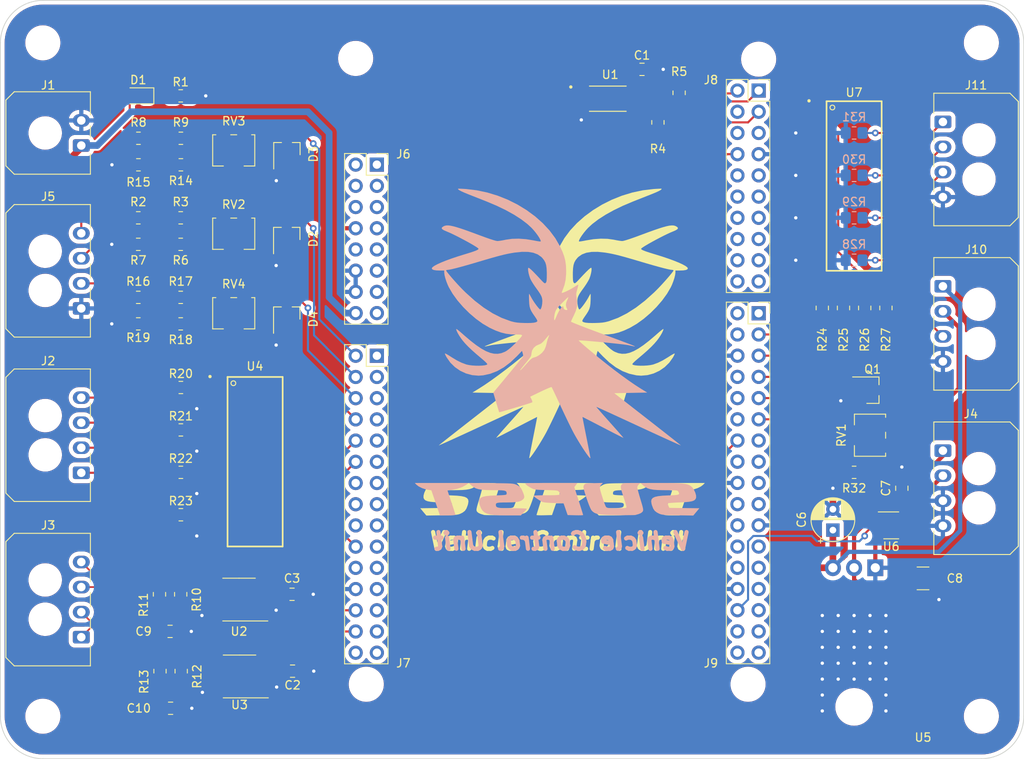
<source format=kicad_pcb>
(kicad_pcb (version 20211014) (generator pcbnew)
  (title_block (title "VCU") (date "2022-10-08") (rev "1.1") (company "SUFST") (comment 1 "STAG 9") (comment 2 "T. Brewis"))
  (layers (0 "F.Cu" signal) (31 "B.Cu" signal) (34 "B.Paste" user) (35 "F.Paste" user) (36 "B.SilkS" user "B.Silkscreen") (37 "F.SilkS" user "F.Silkscreen") (38 "B.Mask" user) (39 "F.Mask" user) (44 "Edge.Cuts" user))
  (net 0 "")
  (net 1 "+12V")
  (net 2 "GND")
  (net 3 "+5V")
  (net 4 "+3V3")
  (net 5 "Net-(D1-Pad1)")
  (net 6 "Net-(C9-Pad1)")
  (net 7 "Net-(C10-Pad1)")
  (net 11 "/Input Shift/BPS_OUT")
  (net 12 "/Input Shift/APPS_1_OUT")
  (net 13 "/Input Shift/APPS_2_OUT")
  (net 14 "/RTDI")
  (net 15 "/SD")
  (net 16 "/BPS")
  (net 17 "/GPIO_IN_1")
  (net 18 "/GPIO_IN_2")
  (net 19 "/APPS_1")
  (net 20 "/APPS_2")
  (net 29 "/RTDS-")
  (net 30 "/Input Shift/EXTRA_OUT_1")
  (net 31 "/Input Shift/EXTRA_OUT_2")
  (net 32 "/Input Shift/RTDI_OUT")
  (net 33 "/CAN_S_RX")
  (net 34 "/CAN_S_TX")
  (net 38 "/EEPROM_WC")
  (net 39 "/DRS")
  (net 41 "/STM32-F746ZG/RTD_SIREN")
  (net 42 "/Input Shift/SD_OUT")
  (net 45 "/CAN_C_RX")
  (net 46 "/CAN_C_TX")
  (net 49 "/EEPROM_SCL")
  (net 50 "/EEPROM_SDA")
  (net 67 "/Output Level Shifting/STATUS_IN")
  (net 68 "/Output Level Shifting/GPIO_IN_1")
  (net 69 "/Output Level Shifting/GPIO_IN_2")
  (net 70 "/Output Level Shifting/GPIO_IN_3")
  (net 81 "/Output Level Shifting/DRS_IN")
  (net 86 "/RTDS+")
  (net 87 "/STATUS")
  (net 88 "/GPIO_OUT_1")
  (net 89 "/GPIO_OUT_2")
  (net 90 "/GPIO_OUT_3")
  (net 91 "Net-(Q1-Pad3)")
  (net 92 "Net-(R2-Pad2)")
  (net 93 "Net-(R6-Pad1)")
  (net 94 "Net-(R6-Pad2)")
  (net 95 "Net-(R8-Pad2)")
  (net 96 "Net-(R14-Pad1)")
  (net 97 "Net-(R14-Pad2)")
  (net 98 "Net-(R16-Pad2)")
  (net 99 "Net-(R18-Pad1)")
  (net 100 "Net-(R18-Pad2)")
  (net 101 "Net-(R20-Pad2)")
  (net 102 "Net-(R21-Pad2)")
  (net 103 "Net-(R22-Pad2)")
  (net 104 "Net-(R23-Pad2)")
  (net 131 "/CAN_S+")
  (net 132 "/CAN_S-")
  (net 133 "/CAN_C+")
  (net 134 "/CAN_C-")
  (net 135 "Net-(R24-Pad2)")
  (net 136 "Net-(R25-Pad2)")
  (net 137 "Net-(R26-Pad2)")
  (net 138 "Net-(R27-Pad2)")
  (footprint "LED_SMD:LED_0805_2012Metric_Pad1.15x1.40mm_HandSolder" (layer "F.Cu") (at 120.015 69.215 180)
    (fp_text reference "D1")
    (fp_text value "LED")
  )
  (footprint "Potentiometer_SMD:Potentiometer_Bourns_3214W_Vertical" (layer "F.Cu") (at 131.445 75.745)
    (fp_text reference "RV3")
    (fp_text value "50k")
  )
  (footprint "Package_TO_SOT_SMD:SOT-23_Handsoldering" (layer "F.Cu") (at 207.96 104.46)
    (fp_text reference "Q1")
    (fp_text value "FDN359BN")
  )
  (footprint "MountingHole:MountingHole_3.2mm_M3" (layer "F.Cu") (at 108.585 62.865)
    (fp_text reference "H6" hide)
    (fp_text value "M3")
  )
  (footprint "Package_SO:SOIC-8_3.9x4.9mm_P1.27mm" (layer "F.Cu") (at 132.14 138.745 180)
    (fp_text reference "U3")
    (fp_text value "MAX3051ESA+")
  )
  (footprint "Resistor_SMD:R_0805_2012Metric_Pad1.20x1.40mm_HandSolder" (layer "F.Cu") (at 182.245 72.39 -90)
    (fp_text reference "R4")
    (fp_text value "10k")
  )
  (footprint "Potentiometer_SMD:Potentiometer_Bourns_3214W_Vertical" (layer "F.Cu") (at 131.445 95.25)
    (fp_text reference "RV4")
    (fp_text value "50k")
  )
  (footprint "Resistor_SMD:R_0805_2012Metric_Pad1.20x1.40mm_HandSolder" (layer "F.Cu") (at 201.93 94.615 90)
    (fp_text reference "R24")
    (fp_text value "220")
  )
  (footprint "Capacitor_SMD:C_1210_3225Metric_Pad1.33x2.70mm_HandSolder" (layer "F.Cu") (at 213.995 127)
    (fp_text reference "C8")
    (fp_text value "10u")
  )
  (footprint "Package_TO_SOT_SMD:SOT-23_Handsoldering" (layer "F.Cu") (at 137.795 85.725 90)
    (fp_text reference "D2")
    (fp_text value "BZX84-C3V3")
  )
  (footprint "Connector_Molex:Molex_Micro-Fit_3.0_43650-0400_1x04_P3.00mm_Horizontal" (layer "F.Cu") (at 113.19 134.04 90)
    (fp_text reference "J3")
    (fp_text value "CAN")
  )
  (footprint "SUFST:Mounting-Hole_M3_NoCourtyard" (layer "F.Cu") (at 193.95 144.76)
    (fp_text reference "H5" hide)
    (fp_text value "M3")
  )
  (footprint "Connector_PinSocket_2.54mm:PinSocket_2x15_P2.54mm_Vertical" (layer "F.Cu") (at 148.59 100.34)
    (fp_text reference "J7")
    (fp_text value "ZIO_CN9")
  )
  (footprint "Package_TO_SOT_SMD:SOT-23_Handsoldering" (layer "F.Cu") (at 137.815 75.565 90)
    (fp_text reference "D3")
    (fp_text value "BZX84-C3V3")
  )
  (footprint "Resistor_SMD:R_0805_2012Metric_Pad1.20x1.40mm_HandSolder" (layer "F.Cu") (at 125.095 96.52 180)
    (fp_text reference "R18")
    (fp_text value "5.6k")
  )
  (footprint "Package_TO_SOT_SMD:SOT-23-5_HandSoldering" (layer "F.Cu") (at 210.185 120.65)
    (fp_text reference "U6")
    (fp_text value "SN74LV1T125")
  )
  (footprint "Connector_Molex:Molex_Micro-Fit_3.0_43650-0400_1x04_P3.00mm_Horizontal" (layer "F.Cu") (at 216.375 72.335 -90)
    (fp_text reference "J11")
    (fp_text value "DOUT2")
  )
  (footprint "Resistor_SMD:R_0805_2012Metric_Pad1.20x1.40mm_HandSolder" (layer "F.Cu") (at 125.115 114.3)
    (fp_text reference "R22")
    (fp_text value "1k")
  )
  (footprint "Resistor_SMD:R_0805_2012Metric_Pad1.20x1.40mm_HandSolder" (layer "F.Cu") (at 125.155 138.11 90)
    (fp_text reference "R12")
    (fp_text value "60R")
  )
  (footprint "Connector_PinSocket_2.54mm:PinSocket_2x17_P2.54mm_Vertical" (layer "F.Cu") (at 194.31 95.25)
    (fp_text reference "J9")
    (fp_text value "ZIO_CN10")
  )
  (footprint "SUFST:SOIC254P1005X380-16N" (layer "F.Cu") (at 205.74 80.01)
    (fp_text reference "U7")
    (fp_text value "ILQ615-4X009T")
  )
  (footprint "SUFST:Mounting-Hole_M3_NoCourtyard" (layer "F.Cu") (at 195.22 69.9025)
    (fp_text reference "H3" hide)
    (fp_text value "M3")
  )
  (footprint "Resistor_SMD:R_0805_2012Metric_Pad1.20x1.40mm_HandSolder" (layer "F.Cu") (at 184.785 68.85 -90)
    (fp_text reference "R5")
    (fp_text value "10k")
  )
  (footprint "Capacitor_SMD:C_0805_2012Metric_Pad1.18x1.45mm_HandSolder" (layer "F.Cu") (at 123.825 133.35)
    (fp_text reference "C9")
    (fp_text value "4.7n")
  )
  (footprint "Resistor_SMD:R_0805_2012Metric_Pad1.20x1.40mm_HandSolder" (layer "F.Cu") (at 125.095 86.995 180)
    (fp_text reference "R6")
    (fp_text value "5.6k")
  )
  (footprint "MountingHole:MountingHole_3.2mm_M3" (layer "F.Cu") (at 108.585 143.51)
    (fp_text reference "H1" hide)
    (fp_text value "M3")
  )
  (footprint "Potentiometer_SMD:Potentiometer_Bourns_3214W_Vertical" (layer "F.Cu") (at 131.445 85.725)
    (fp_text reference "RV2")
    (fp_text value "50k")
  )
  (footprint "Capacitor_SMD:C_0805_2012Metric_Pad1.18x1.45mm_HandSolder" (layer "F.Cu") (at 211.455 116.205 -90)
    (fp_text reference "C7")
    (fp_text value "100n")
  )
  (footprint "Resistor_SMD:R_0805_2012Metric_Pad1.20x1.40mm_HandSolder" (layer "F.Cu") (at 125.115 119.38)
    (fp_text reference "R23")
    (fp_text value "1k")
  )
  (footprint "SUFST:SUFST" (layer "F.Cu") (at 170.815 117.475)
    (fp_text reference "G***" hide)
    (fp_text value "LOGO" hide)
  )
  (footprint "Resistor_SMD:R_0805_2012Metric_Pad1.20x1.40mm_HandSolder" (layer "F.Cu") (at 125.095 69.215)
    (fp_text reference "R1")
    (fp_text value "3.3k")
  )
  (footprint "Resistor_SMD:R_0805_2012Metric_Pad1.20x1.40mm_HandSolder" (layer "F.Cu") (at 207.01 94.615 90)
    (fp_text reference "R26")
    (fp_text value "220")
  )
  (footprint "Resistor_SMD:R_0805_2012Metric_Pad1.20x1.40mm_HandSolder" (layer "F.Cu") (at 125.095 93.345)
    (fp_text reference "R17")
    (fp_text value "5.6k")
  )
  (footprint "Capacitor_THT:CP_Radial_D5.0mm_P2.50mm" (layer "F.Cu") (at 203.2 121.220113 90)
    (fp_text reference "C6")
    (fp_text value "10u")
  )
  (footprint "Connector_PinSocket_2.54mm:PinSocket_2x08_P2.54mm_Vertical" (layer "F.Cu") (at 148.59 77.45)
    (fp_text reference "J6")
    (fp_text value "ZIO_CN8")
  )
  (footprint "Connector_Molex:Molex_Micro-Fit_3.0_43650-0400_1x04_P3.00mm_Horizontal" (layer "F.Cu") (at 113.19 94.67 90)
    (fp_text reference "J5")
    (fp_text value "AIN")
  )
  (footprint "Capacitor_SMD:C_0805_2012Metric_Pad1.18x1.45mm_HandSolder" (layer "F.Cu") (at 138.49 138.11 180)
    (fp_text reference "C2")
    (fp_text value "100n")
  )
  (footprint "Resistor_SMD:R_0805_2012Metric_Pad1.20x1.40mm_HandSolder" (layer "F.Cu") (at 120.035 74.295)
    (fp_text reference "R8")
    (fp_text value "75k")
  )
  (footprint "Resistor_SMD:R_0805_2012Metric_Pad1.20x1.40mm_HandSolder" (layer "F.Cu") (at 125.115 109.22)
    (fp_text reference "R21")
    (fp_text value "1k")
  )
  (footprint "Package_SO:SOIC-8_3.9x4.9mm_P1.27mm" (layer "F.Cu") (at 132.08 129.54 180)
    (fp_text reference "U2")
    (fp_text value "MAX3051ESA+")
  )
  (footprint "Resistor_SMD:R_0805_2012Metric_Pad1.20x1.40mm_HandSolder" (layer "F.Cu") (at 120.035 77.47 180)
    (fp_text reference "R15")
    (fp_text value "1.8k")
  )
  (footprint "Package_TO_SOT_THT:TO-220-3_Horizontal_TabDown" (layer "F.Cu") (at 208.28 125.73 180)
    (fp_text reference "U5")
    (fp_text value "LM1084")
  )
  (footprint "SUFST:Mounting-Hole_M3_NoCourtyard" (layer "F.Cu") (at 148.23 144.76)
    (fp_text reference "H4" hide)
    (fp_text value "M3")
  )
  (footprint "Resistor_SMD:R_0805_2012Metric_Pad1.20x1.40mm_HandSolder" (layer "F.Cu") (at 125.115 104.14)
    (fp_text reference "R20")
    (fp_text value "1k")
  )
  (footprint "Resistor_SMD:R_0805_2012Metric_Pad1.20x1.40mm_HandSolder" (layer "F.Cu") (at 125.095 83.82)
    (fp_text reference "R3")
    (fp_text value "5.6k")
  )
  (footprint "Resistor_SMD:R_0805_2012Metric_Pad1.20x1.40mm_HandSolder" (layer "F.Cu") (at 204.47 94.615 90)
    (fp_text reference "R25")
    (fp_text value "220")
  )
  (footprint "Resistor_SMD:R_0805_2012Metric_Pad1.20x1.40mm_HandSolder" (layer "F.Cu") (at 205.74 114.3)
    (fp_text reference "R32")
    (fp_text value "1k")
  )
  (footprint "Resistor_SMD:R_0805_2012Metric_Pad1.20x1.40mm_HandSolder" (layer "F.Cu") (at 125.095 128.905 90)
    (fp_text reference "R10")
    (fp_text value "60R")
  )
  (footprint "MountingHole:MountingHole_3.2mm_M3" (layer "F.Cu") (at 220.98 143.51)
    (fp_text reference "H8" hide)
    (fp_text value "M3")
  )
  (footprint "Resistor_SMD:R_0805_2012Metric_Pad1.20x1.40mm_HandSolder" (layer "F.Cu") (at 120.015 93.345)
    (fp_text reference "R16")
    (fp_text value "75k")
  )
  (footprint "Resistor_SMD:R_0805_2012Metric_Pad1.20x1.40mm_HandSolder" (layer "F.Cu") (at 125.115 74.295)
    (fp_text reference "R9")
    (fp_text value "5.6k")
  )
  (footprint "Resistor_SMD:R_0805_2012Metric_Pad1.20x1.40mm_HandSolder" (layer "F.Cu") (at 125.115 77.47 180)
    (fp_text reference "R14")
    (fp_text value "5.6k")
  )
  (footprint "Package_TO_SOT_SMD:SOT-23_Handsoldering" (layer "F.Cu") (at 137.795 95.25 90)
    (fp_text reference "D4")
    (fp_text value "BZX84-C3V3")
  )
  (footprint "Resistor_SMD:R_0805_2012Metric_Pad1.20x1.40mm_HandSolder" (layer "F.Cu") (at 120.015 96.52 180)
    (fp_text reference "R19")
    (fp_text value "1.8k")
  )
  (footprint "Capacitor_SMD:C_0805_2012Metric_Pad1.18x1.45mm_HandSolder" (layer "F.Cu") (at 138.43 128.905 180)
    (fp_text reference "C3")
    (fp_text value "100n")
  )
  (footprint "Resistor_SMD:R_0805_2012Metric_Pad1.20x1.40mm_HandSolder" (layer "F.Cu") (at 122.555 128.905 -90)
    (fp_text reference "R11")
    (fp_text value "60R")
  )
  (footprint "Connector_Molex:Molex_Micro-Fit_3.0_43650-0200_1x02_P3.00mm_Horizontal" (layer "F.Cu") (at 113.19 75.16 90)
    (fp_text reference "J1")
    (fp_text value "PWR")
  )
  (footprint "Connector_Molex:Molex_Micro-Fit_3.0_43650-0400_1x04_P3.00mm_Horizontal" (layer "F.Cu") (at 216.375 111.705 -90)
    (fp_text reference "J4")
    (fp_text value "DRS")
  )
  (footprint "SUFST:TSSOP-8_3x6.4mm_P0.65mm" (layer "F.Cu") (at 176.245 69.555)
    (fp_text reference "U1")
    (fp_text value "M24256-DRD")
  )
  (footprint "Resistor_SMD:R_0805_2012Metric_Pad1.20x1.40mm_HandSolder" (layer "F.Cu") (at 120.015 86.995 180)
    (fp_text reference "R7")
    (fp_text value "1.8k")
  )
  (footprint "MountingHole:MountingHole_3.2mm_M3" (layer "F.Cu") (at 220.98 62.865)
    (fp_text reference "H7" hide)
    (fp_text value "M3")
  )
  (footprint "Potentiometer_SMD:Potentiometer_Bourns_3214W_Vertical" (layer "F.Cu") (at 207.645 109.855 -90)
    (fp_text reference "RV1")
    (fp_text value "1k")
  )
  (footprint "Connector_PinSocket_2.54mm:PinSocket_2x10_P2.54mm_Vertical" (layer "F.Cu") (at 194.31 68.58)
    (fp_text reference "J8")
    (fp_text value "ZIO_CN7")
  )
  (footprint "Resistor_SMD:R_0805_2012Metric_Pad1.20x1.40mm_HandSolder" (layer "F.Cu") (at 209.55 94.615 90)
    (fp_text reference "R27")
    (fp_text value "220")
  )
  (footprint "Connector_Molex:Molex_Micro-Fit_3.0_43650-0400_1x04_P3.00mm_Horizontal" (layer "F.Cu") (at 113.19 114.355 90)
    (fp_text reference "J2")
    (fp_text value "DIN")
  )
  (footprint "SUFST:SOIC254P1005X380-16N" (layer "F.Cu") (at 134.005 113.03)
    (fp_text reference "U4")
    (fp_text value "ILQ615-4X009T")
  )
  (footprint "SUFST:Mounting-Hole_M3_NoCourtyard" (layer "F.Cu") (at 146.96 69.81)
    (fp_text reference "H2" hide)
    (fp_text value "M3")
  )
  (footprint "SUFST:Stag" (layer "F.Cu") (at 170.815 96.52)
    (fp_text reference "G***" hide)
    (fp_text value "LOGO" hide)
  )
  (footprint "Capacitor_SMD:C_0805_2012Metric_Pad1.18x1.45mm_HandSolder" (layer "F.Cu") (at 180.34 66.04)
    (fp_text reference "C1")
    (fp_text value "100n")
  )
  (footprint "Resistor_SMD:R_0805_2012Metric_Pad1.20x1.40mm_HandSolder" (layer "F.Cu") (at 120.015 83.82)
    (fp_text reference "R2")
    (fp_text value "75k")
  )
  (footprint "Resistor_SMD:R_0805_2012Metric_Pad1.20x1.40mm_HandSolder" (layer "F.Cu") (at 122.615 138.11 -90)
    (fp_text reference "R13")
    (fp_text value "60R")
  )
  (footprint "Connector_Molex:Molex_Micro-Fit_3.0_43650-0400_1x04_P3.00mm_Horizontal" (layer "F.Cu") (at 216.375 92.02 -90)
    (fp_text reference "J10")
    (fp_text value "DOUT1")
  )
  (footprint "Capacitor_SMD:C_0805_2012Metric_Pad1.18x1.45mm_HandSolder" (layer "F.Cu") (at 123.885 142.555)
    (fp_text reference "C10")
    (fp_text value "4.7n")
  )
  (footprint "Resistor_SMD:R_0805_2012Metric_Pad1.20x1.40mm_HandSolder" (layer "B.Cu") (at 205.74 83.82 180)
    (fp_text reference "R29")
    (fp_text value "10k")
  )
  (footprint "Resistor_SMD:R_0805_2012Metric_Pad1.20x1.40mm_HandSolder" (layer "B.Cu") (at 205.74 88.9 180)
    (fp_text reference "R28")
    (fp_text value "10k")
  )
  (footprint "SUFST:SUFST" (layer "B.Cu") (at 170.18 117.475 180)
    (fp_text reference "G***" hide)
    (fp_text value "LOGO" hide)
  )
  (footprint "NetTie:NetTie-2_SMD_Pad0.5mm" (layer "B.Cu") (at 218.44 94.615 90)
    (fp_text reference "NT1" hide)
    (fp_text value "NetTie_2")
  )
  (footprint "SUFST:Stag" (layer "B.Cu") (at 170.18 96.52 180)
    (fp_text reference "G***" hide)
    (fp_text value "LOGO" hide)
  )
  (footprint "Resistor_SMD:R_0805_2012Metric_Pad1.20x1.40mm_HandSolder" (layer "B.Cu") (at 205.74 78.74 180)
    (fp_text reference "R30")
    (fp_text value "10k")
  )
  (footprint "Resistor_SMD:R_0805_2012Metric_Pad1.20x1.40mm_HandSolder" (layer "B.Cu") (at 205.74 73.66 180)
    (fp_text reference "R31")
    (fp_text value "10k")
  )
  (gr_line (start 108.585 57.785) (end 220.98 57.785) (layer "Edge.Cuts") (width 0.1))
  (gr_line (start 103.505 62.865) (end 103.505 143.51) (layer "Edge.Cuts") (width 0.1))
  (gr_arc (start 226.06 143.51) (mid 224.572102 147.102102) (end 220.98 148.59) (layer "Edge.Cuts") (width 0.1))
  (gr_arc (start 220.98 57.785) (mid 224.572102 59.272898) (end 226.06 62.865) (layer "Edge.Cuts") (width 0.1))
  (gr_arc (start 108.585 148.59) (mid 104.992898 147.102102) (end 103.505 143.51) (layer "Edge.Cuts") (width 0.1))
  (gr_arc (start 103.505 62.865) (mid 104.992898 59.272898) (end 108.585 57.785) (layer "Edge.Cuts") (width 0.1))
  (gr_line (start 220.98 148.59) (end 108.585 148.59) (layer "Edge.Cuts") (width 0.1))
  (gr_line (start 226.06 62.865) (end 226.06 143.51) (layer "Edge.Cuts") (width 0.1))
  (gr_text "Vehicle Control Unit" (at 170.815 122.555) (layer "B.SilkS") (effects (font (size 2 2) (thickness 0.5) italic) (justify mirror)))
  (gr_text "Vehicle Control Unit" (at 170.18 122.555) (layer "F.SilkS") (effects (font (size 2 2) (thickness 0.5) italic)))
  (segment (start 115.095 75.16) (end 118.99 71.265) (width 0.25) (layer "F.Cu") (net 1))
  (segment (start 193.675 146.05) (end 197.485 142.24) (width 0.8) (layer "F.Cu") (net 1))
  (segment (start 199.39 125.73) (end 203.2 125.73) (width 0.8) (layer "F.Cu") (net 1))
  (segment (start 105.41 83.185) (end 105.41 135.255) (width 0.8) (layer "F.Cu") (net 1))
  (segment (start 118.99 71.265) (end 118.99 69.215) (width 0.25) (layer "F.Cu") (net 1))
  (segment (start 197.485 142.24) (end 197.485 127.635) (width 0.8) (layer "F.Cu") (net 1))
  (segment (start 113.19 75.405) (end 105.41 83.185) (width 0.8) (layer "F.Cu") (net 1))
  (segment (start 105.41 135.255) (end 116.205 146.05) (width 0.8) (layer "F.Cu") (net 1))
  (segment (start 113.19 75.16) (end 113.19 75.405) (width 0.8) (layer "F.Cu") (net 1))
  (segment (start 203.2 125.73) (end 203.2 121.220113) (width 0.8) (layer "F.Cu") (net 1))
  (segment (start 197.485 127.635) (end 199.39 125.73) (width 0.8) (layer "F.Cu") (net 1))
  (segment (start 116.205 146.05) (end 193.675 146.05) (width 0.8) (layer "F.Cu") (net 1))
  (segment (start 113.19 75.16) (end 115.095 75.16) (width 0.25) (layer "F.Cu") (net 1))
  (segment (start 140.335 71.12) (end 119.135 71.12) (width 0.8) (layer "B.Cu") (net 1))
  (segment (start 144.76 95.23) (end 142.875 93.345) (width 0.8) (layer "B.Cu") (net 1))
  (segment (start 215.9 123.825) (end 218.44 121.285) (width 0.5) (layer "B.Cu") (net 1))
  (segment (start 218.44 121.285) (end 218.44 95.115) (width 0.5) (layer "B.Cu") (net 1))
  (segment (start 205.105 123.825) (end 215.9 123.825) (width 0.5) (layer "B.Cu") (net 1))
  (segment (start 142.875 73.66) (end 140.335 71.12) (width 0.8) (layer "B.Cu") (net 1))
  (segment (start 119.135 71.12) (end 115.095 75.16) (width 0.8) (layer "B.Cu") (net 1))
  (segment (start 142.875 93.345) (end 142.875 73.66) (width 0.8) (layer "B.Cu") (net 1))
  (segment (start 115.095 75.16) (end 113.19 75.16) (width 0.8) (layer "B.Cu") (net 1))
  (segment (start 203.2 125.73) (end 205.105 123.825) (width 0.5) (layer "B.Cu") (net 1))
  (segment (start 146.05 95.23) (end 144.76 95.23) (width 0.8) (layer "B.Cu") (net 1))
  (segment (start 135.95 139.38) (end 136.585 140.015) (width 0.5) (layer "F.Cu") (net 2))
  (segment (start 173.07 72.095) (end 173.07 70.815) (width 0.5) (layer "F.Cu") (net 2))
  (segment (start 208.28 122.155) (end 208.835 121.6) (width 0.5) (layer "F.Cu") (net 2))
  (segment (start 129.605 131.445) (end 127.635 131.445) (width 0.5) (layer "F.Cu") (net 2))
  (segment (start 208.28 125.73) (end 208.28 122.155) (width 0.5) (layer "F.Cu") (net 2))
  (segment (start 119.015 86.995) (end 116.84 86.995) (width 0.8) (layer "F.Cu") (net 2))
  (segment (start 181.3775 66.04) (end 182.88 66.04) (width 0.5) (layer "F.Cu") (net 2))
  (segment (start 204.47 105.41) (end 204.15 105.73) (width 0.8) (layer "F.Cu") (net 2))
  (segment (start 136.865 79.055) (end 136.545 79.375) (width 0.8) (layer "F.Cu") (net 2))
  (segment (start 129.665 140.65) (end 127.695 140.65) (width 0.5) (layer "F.Cu") (net 2))
  (segment (start 129.405 116.84) (end 127.02 116.84) (width 0.8) (layer "F.Cu") (net 2))
  (segment (start 135.89 130.175) (end 136.525 130.81) (width 0.5) (layer "F.Cu") (net 2))
  (segment (start 136.845 96.75) (end 136.845 98.74) (width 0.8) (layer "F.Cu") (net 2))
  (segment (start 136.865 77.065) (end 136.865 79.055) (width 0.8) (layer "F.Cu") (net 2))
  (segment (start 136.845 98.74) (end 136.525 99.06) (width 0.8) (layer "F.Cu") (net 2))
  (segment (start 126.365 133.35) (end 124.8625 133.35) (width 0.5) (layer "F.Cu") (net 2))
  (segment (start 173.07 70.815) (end 173.32 70.565) (width 0.5) (layer "F.Cu") (net 2))
  (segment (start 127.02 111.76) (end 129.405 111.76) (width 0.8) (layer "F.Cu") (net 2))
  (segment (start 215.5575 127) (end 215.5575 129.1975) (width 0.8) (layer "F.Cu") (net 2))
  (segment (start 198.755 78.74) (end 201.14 78.74) (width 0.8) (layer "F.Cu") (net 2))
  (segment (start 134.555 130.175) (end 135.89 130.175) (width 0.5) (layer "F.Cu") (net 2))
  (segment (start 136.845 89.215) (end 136.525 89.535) (width 0.8) (layer "F.Cu") (net 2))
  (segment (start 129.405 121.92) (end 127.02 121.92) (width 0.8) (layer "F.Cu") (net 2))
  (segment (start 116.84 96.52) (end 119.015 96.52) (width 0.8) (layer "F.Cu") (net 2))
  (segment (start 211.455 115.1675) (end 211.455 113.665) (width 0.5) (layer "F.Cu") (net 2))
  (segment (start 201.14 83.82) (end 198.755 83.82) (width 0.8) (layer "F.Cu") (net 2))
  (segment (start 173.32 70.565) (end 173.355 70.565) (width 0.5) (layer "F.Cu") (net 2))
  (segment (start 141.03 138.11) (end 139.5275 138.11) (width 0.5) (layer "F.Cu") (net 2))
  (segment (start 119.035 77.47) (end 116.86 77.47) (width 0.8) (layer "F.Cu") (net 2))
  (segment (start 215.5575 129.1975) (end 215.9 129.54) (width 0.8) (layer "F.Cu") (net 2))
  (segment (start 139.4675 128.905) (end 140.97 128.905) (width 0.5) (layer "F.Cu") (net 2))
  (segment (start 127.02 106.68) (end 129.405 106.68) (width 0.8) (layer "F.Cu") (net 2))
  (segment (start 124.9225 142.555) (end 126.425 142.555) (width 0.5) (layer "F.Cu") (net 2))
  (segment (start 206.46 105.41) (end 204.47 105.41) (width 0.8) (layer "F.Cu") (net 2))
  (segment (start 198.755 73.66) (end 201.14 73.66) (width 0.8) (layer "F.Cu") (net 2))
  (segment (start 136.845 87.225) (end 136.845 89.215) (width 0.8) (layer "F.Cu") (net 2))
  (segment (start 134.615 139.38) (end 135.95 139.38) (width 0.5) (layer "F.Cu") (net 2))
  (segment (start 198.755 88.9) (end 201.14 88.9) (width 0.8) (layer "F.Cu") (net 2))
  (segment (start 203.2 118.720113) (end 203.2 116.205) (width 0.8) (layer "F.Cu") (net 2))
  (segment (start 128.095 69.215) (end 126.095 69.215) (width 0.25) (layer "F.Cu") (net 2))
  (via (at 198.755 88.9) (size 0.8) (drill 0.4) (layers "F.Cu" "B.Cu") (net 2))
  (via (at 136.525 99.06) (size 0.8) (drill 0.4) (layers "F.Cu" "B.Cu") (net 2))
  (via (at 201.93 135.255) (size 0.8) (drill 0.4) (layers "F.Cu" "B.Cu") (net 2))
  (via (at 207.645 135.255) (size 0.8) (drill 0.4) (layers "F.Cu" "B.Cu") (net 2))
  (via (at 201.93 142.875) (size 0.8) (drill 0.4) (layers "F.Cu" "B.Cu") (net 2))
  (via (at 209.55 131.445) (size 0.8) (drill 0.4) (layers "F.Cu" "B.Cu") (net 2))
  (via (at 126.365 133.35) (size 0.8) (drill 0.4) (layers "F.Cu" "B.Cu") (net 2))
  (via (at 116.84 86.995) (size 0.8) (drill 0.4) (layers "F.Cu" "B.Cu") (net 2))
  (via (at 198.755 83.82) (size 0.8) (drill 0.4) (layers "F.Cu" "B.Cu") (net 2))
  (via (at 182.88 66.04) (size 0.8) (drill 0.4) (layers "F.Cu" "B.Cu") (net 2))
  (via (at 126.425 142.555) (size 0.8) (drill 0.4) (layers "F.Cu" "B.Cu") (net 2))
  (via (at 127.02 111.76) (size 0.8) (drill 0.4) (layers "F.Cu" "B.Cu") (net 2))
  (via (at 136.525 130.81) (size 0.8) (drill 0.4) (layers "F.Cu" "B.Cu") (net 2))
  (via (at 205.74 137.16) (size 0.8) (drill 0.4) (layers "F.Cu" "B.Cu") (net 2))
  (via (at 127.695 140.65) (size 0.8) (drill 0.4) (layers "F.Cu" "B.Cu") (net 2))
  (via (at 209.55 142.875) (size 0.8) (drill 0.4) (layers "F.Cu" "B.Cu") (net 2))
  (via (at 205.74 133.35) (size 0.8) (drill 0.4) (layers "F.Cu" "B.Cu") (net 2))
  (via (at 136.545 79.375) (size 0.8) (drill 0.4) (layers "F.Cu" "B.Cu") (net 2))
  (via (at 205.74 135.255) (size 0.8) (drill 0.4) (layers "F.Cu" "B.Cu") (net 2))
  (via (at 198.755 73.66) (size 0.8) (drill 0.4) (layers "F.Cu" "B.Cu") (net 2))
  (via (at 211.455 113.665) (size 0.8) (drill 0.4) (layers "F.Cu" "B.Cu") (net 2))
  (via (at 207.645 137.16) (size 0.8) (drill 0.4) (layers "F.Cu" "B.Cu") (net 2))
  (via (at 209.55 135.255) (size 0.8) (drill 0.4) (layers "F.Cu" "B.Cu") (net 2))
  (via (at 215.9 129.54) (size 0.8) (drill 0.4) (layers "F.Cu" "B.Cu") (net 2))
  (via (at 116.84 96.52) (size 0.8) (drill 0.4) (layers "F.Cu" "B.Cu") (net 2))
  (via (at 198.755 78.74) (size 0.8) (drill 0.4) (layers "F.Cu" "B.Cu") (net 2))
  (via (at 207.645 131.445) (size 0.8) (drill 0.4) (layers "F.Cu" "B.Cu") (net 2))
  (via (at 141.03 138.11) (size 0.8) (drill 0.4) (layers "F.Cu" "B.Cu") (net 2))
  (via (at 203.835 139.065) (size 0.8) (drill 0.4) (layers "F.Cu" "B.Cu") (net 2))
  (via (at 116.86 77.47) (size 0.8) (drill 0.4) (layers "F.Cu" "B.Cu") (net 2))
  (via (at 127.02 121.92) (size 0.8) (drill 0.4) (layers "F.Cu" "B.Cu") (net 2))
  (via (at 209.55 137.16) (size 0.8) (drill 0.4) (layers "F.Cu" "B.Cu") (net 2))
  (via (at 136.585 140.015) (size 0.8) (drill 0.4) (layers "F.Cu" "B.Cu") (net 2))
  (via (at 203.2 116.205) (size 0.8) (drill 0.4) (layers "F.Cu" "B.Cu") (net 2))
  (via (at 140.97 128.905) (size 0.8) (drill 0.4) (layers "F.Cu" "B.Cu") (net 2))
  (via (at 201.93 139.065) (size 0.8) (drill 0.4) (layers "F.Cu" "B.Cu") (net 2))
  (via (at 203.835 135.255) (size 0.8) (drill 0.4) (layers "F.Cu" "B.Cu") (net 2))
  (via (at 209.55 140.97) (size 0.8) (drill 0.4) (layers "F.Cu" "B.Cu") (net 2))
  (via (at 209.55 133.35) (size 0.8) (drill 0.4) (layers "F.Cu" "B.Cu") (net 2))
  (via (at 201.93 131.445) (size 0.8) (drill 0.4) (layers "F.Cu" "B.Cu") (net 2))
  (via (at 127.02 106.68) (size 0.8) (drill 0.4) (layers "F.Cu" "B.Cu") (net 2))
  (via (at 204.15 105.73) (size 0.8) (drill 0.4) (layers "F.Cu" "B.Cu") (net 2))
  (via (at 127.635 131.445) (size 0.8) (drill 0.4) (layers "F.Cu" "B.Cu") (net 2))
  (via (at 209.55 139.065) (size 0.8) (drill 0.4) (layers "F.Cu" "B.Cu") (net 2))
  (via (at 173.07 72.095) (size 0.8) (drill 0.4) (layers "F.Cu" "B.Cu") (net 2))
  (via (at 207.645 139.065) (size 0.8) (drill 0.4) (layers "F.Cu" "B.Cu") (net 2))
  (via (at 205.74 139.065) (size 0.8) (drill 0.4) (layers "F.Cu" "B.Cu") (net 2))
  (via (at 205.74 131.445) (size 0.8) (drill 0.4) (layers "F.Cu" "B.Cu") (net 2))
  (via (at 207.645 133.35) (size 0.8) (drill 0.4) (layers "F.Cu" "B.Cu") (net 2))
  (via (at 201.93 137.16) (size 0.8) (drill 0.4) (layers "F.Cu" "B.Cu") (net 2))
  (via (at 201.93 133.35) (size 0.8) (drill 0.4) (layers "F.Cu" "B.Cu") (net 2))
  (via (at 203.835 131.445) (size 0.8) (drill 0.4) (layers "F.Cu" "B.Cu") (net 2))
  (via (at 203.835 133.35) (size 0.8) (drill 0.4) (layers "F.Cu" "B.Cu") (net 2))
  (via (at 127.02 116.84) (size 0.8) (drill 0.4) (layers "F.Cu" "B.Cu") (net 2))
  (via (at 136.525 89.535) (size 0.8) (drill 0.4) (layers "F.Cu" "B.Cu") (net 2))
  (via (at 203.835 137.16) (size 0.8) (drill 0.4) (layers "F.Cu" "B.Cu") (net 2))
  (via (at 201.93 140.97) (size 0.8) (drill 0.4) (layers "F.Cu" "B.Cu") (net 2))
  (via (at 128.095 69.215) (size 0.8) (drill 0.4) (layers "F.Cu" "B.Cu") (net 2))
  (segment (start 208.835 119.7) (end 211.535 119.7) (width 0.5) (layer "F.Cu") (net 3))
  (segment (start 205.74 125.73) (end 205.74 127.135) (width 0.5) (layer "F.Cu") (net 3))
  (segment (start 211.455 117.2425) (end 216.375 112.3225) (width 0.5) (layer "F.Cu") (net 3))
  (segment (start 205.74 127.135) (end 206.24 127.635) (width 0.5) (layer "F.Cu") (net 3))
  (segment (start 207.78 119.7) (end 205.74 121.74) (width 0.5) (layer "F.Cu") (net 3))
  (segment (start 208.835 119.7) (end 207.78 119.7) (width 0.5) (layer "F.Cu") (net 3))
  (segment (start 205.74 121.74) (end 205.74 125.73) (width 0.5) (layer "F.Cu") (net 3))
  (segment (start 206.24 127.635) (end 211.7975 127.635) (width 0.5) (layer "F.Cu") (net 3))
  (segment (start 211.7975 127.635) (end 212.4325 127) (width 0.5) (layer "F.Cu") (net 3))
  (segment (start 211.535 119.7) (end 211.535 117.3225) (width 0.5) (layer "F.Cu") (net 3))
  (segment (start 211.535 117.3225) (end 211.455 117.2425) (width 0.5) (layer "F.Cu") (net 3))
  (segment (start 216.375 112.3225) (end 216.375 111.705) (width 0.5) (layer "F.Cu") (net 3))
  (segment (start 137.4525 138.11) (end 134.615 138.11) (width 0.5) (layer "F.Cu") (net 4))
  (segment (start 137.3925 128.905) (end 134.555 128.905) (width 0.5) (layer "F.Cu") (net 4))
  (segment (start 134.555 128.905) (end 134.001472 128.905) (width 0.5) (layer "F.Cu") (net 4))
  (segment (start 134.615 138.11) (end 134.061472 138.11) (width 0.5) (layer "F.Cu") (net 4))
  (segment (start 121.04 69.215) (end 124.095 69.215) (width 0.25) (layer "F.Cu") (net 5))
  (segment (start 122.555 133.1175) (end 122.7875 133.35) (width 0.25) (layer "F.Cu") (net 6))
  (segment (start 125.095 129.905) (end 122.555 129.905) (width 0.25) (layer "F.Cu") (net 6))
  (segment (start 122.555 133.08) (end 122.7875 133.3125) (width 0.25) (layer "F.Cu") (net 6))
  (segment (start 122.555 129.905) (end 122.555 133.1175) (width 0.25) (layer "F.Cu") (net 6))
  (segment (start 122.615 139.11) (end 122.615 142.3225) (width 0.25) (layer "F.Cu") (net 7))
  (segment (start 122.615 142.3225) (end 122.8475 142.555) (width 0.25) (layer "F.Cu") (net 7))
  (segment (start 125.155 139.11) (end 122.615 139.11) (width 0.25) (layer "F.Cu") (net 7))
  (segment (start 132.695 84.275) (end 137.745 84.275) (width 0.25) (layer "F.Cu") (net 11))
  (segment (start 137.745 84.275) (end 137.795 84.225) (width 0.25) (layer "F.Cu") (net 11))
  (segment (start 126.765 83.15) (end 131.57 83.15) (width 0.25) (layer "F.Cu") (net 11))
  (segment (start 140.105 84.225) (end 140.97 85.09) (width 0.25) (layer "F.Cu") (net 11))
  (segment (start 131.57 83.15) (end 132.695 84.275) (width 0.25) (layer "F.Cu") (net 11))
  (segment (start 137.795 84.225) (end 140.105 84.225) (width 0.25) (layer "F.Cu") (net 11))
  (segment (start 126.095 83.82) (end 126.765 83.15) (width 0.25) (layer "F.Cu") (net 11))
  (via (at 140.97 85.09) (size 0.8) (drill 0.4) (layers "F.Cu" "B.Cu") (net 11))
  (segment (start 142.5525 99.3825) (end 146.05 102.88) (width 0.25) (layer "B.Cu") (net 11))
  (segment (start 141.06 97.88) (end 141.06 85.18) (width 0.25) (layer "B.Cu") (net 11))
  (segment (start 142.5525 99.3725) (end 141.06 97.88) (width 0.25) (layer "B.Cu") (net 11))
  (segment (start 141.06 85.18) (end 140.97 85.09) (width 0.25) (layer "B.Cu") (net 11))
  (segment (start 142.5525 99.3725) (end 142.5525 99.3825) (width 0.25) (layer "B.Cu") (net 11))
  (segment (start 137.815 74.065) (end 140.105 74.065) (width 0.25) (layer "F.Cu") (net 12))
  (segment (start 140.105 74.065) (end 140.97 74.93) (width 0.25) (layer "F.Cu") (net 12))
  (segment (start 132.695 74.295) (end 137.585 74.295) (width 0.25) (layer "F.Cu") (net 12))
  (segment (start 131.57 73.17) (end 132.695 74.295) (width 0.25) (layer "F.Cu") (net 12))
  (segment (start 126.115 74.295) (end 127.24 73.17) (width 0.25) (layer "F.Cu") (net 12))
  (segment (start 137.585 74.295) (end 137.815 74.065) (width 0.25) (layer "F.Cu") (net 12))
  (segment (start 127.24 73.17) (end 131.57 73.17) (width 0.25) (layer "F.Cu") (net 12))
  (via (at 140.97 74.93) (size 0.8) (drill 0.4) (layers "F.Cu" "B.Cu") (net 12))
  (segment (start 141.695 95.985) (end 146.05 100.34) (width 0.25) (layer "B.Cu") (net 12))
  (segment (start 141.695 75.655) (end 141.695 95.985) (width 0.25) (layer "B.Cu") (net 12))
  (segment (start 140.97 74.93) (end 141.695 75.655) (width 0.25) (layer "B.Cu") (net 12))
  (segment (start 131.57 92.675) (end 132.695 93.8) (width 0.25) (layer "F.Cu") (net 13))
  (segment (start 126.095 93.345) (end 126.765 92.675) (width 0.25) (layer "F.Cu") (net 13))
  (segment (start 139.47 93.75) (end 137.795 93.75) (width 0.25) (layer "F.Cu") (net 13))
  (segment (start 132.695 93.8) (end 137.745 93.8) (width 0.25) (layer "F.Cu") (net 13))
  (segment (start 137.745 93.8) (end 137.795 93.75) (width 0.25) (layer "F.Cu") (net 13))
  (segment (start 140.335 94.615) (end 139.47 93.75) (width 0.25) (layer "F.Cu") (net 13))
  (segment (start 126.765 92.675) (end 131.57 92.675) (width 0.25) (layer "F.Cu") (net 13))
  (via (at 140.335 94.615) (size 0.8) (drill 0.4) (layers "F.Cu" "B.Cu") (net 13))
  (segment (start 140.335 94.615) (end 140.335 99.705) (width 0.25) (layer "B.Cu") (net 13))
  (segment (start 140.335 99.705) (end 146.05 105.42) (width 0.25) (layer "B.Cu") (net 13))
  (segment (start 121.17 111.355) (end 124.115 114.3) (width 0.25) (layer "F.Cu") (net 14))
  (segment (start 113.19 111.355) (end 121.17 111.355) (width 0.25) (layer "F.Cu") (net 14))
  (segment (start 124.115 119.38) (end 119.09 114.355) (width 0.25) (layer "F.Cu") (net 15))
  (segment (start 119.09 114.355) (end 113.19 114.355) (width 0.25) (layer "F.Cu") (net 15))
  (segment (start 118.04 83.82) (end 119.015 83.82) (width 0.25) (layer "F.Cu") (net 16))
  (segment (start 113.19 88.67) (end 118.04 83.82) (width 0.25) (layer "F.Cu") (net 16))
  (segment (start 122.9 105.355) (end 124.115 104.14) (width 0.25) (layer "F.Cu") (net 17))
  (segment (start 113.19 105.355) (end 122.9 105.355) (width 0.25) (layer "F.Cu") (net 17))
  (segment (start 124.115 109.22) (end 123.25 108.355) (width 0.25) (layer "F.Cu") (net 18))
  (segment (start 123.25 108.355) (end 113.19 108.355) (width 0.25) (layer "F.Cu") (net 18))
  (segment (start 113.19 85.67) (end 113.19 80.114695) (width 0.25) (layer "F.Cu") (net 19))
  (segment (start 119.035 74.295) (end 119.009695 74.295) (width 0.25) (layer "F.Cu") (net 19))
  (segment (start 113.19 80.114695) (end 119.009695 74.295) (width 0.25) (layer "F.Cu") (net 19))
  (segment (start 119.015 93.345) (end 117.34 91.67) (width 0.25) (layer "F.Cu") (net 20))
  (segment (start 117.34 91.67) (end 113.19 91.67) (width 0.25) (layer "F.Cu") (net 20))
  (segment (start 206.74 114.3) (end 206.74 113.46) (width 0.5) (layer "F.Cu") (net 29))
  (segment (start 218.258281 96.903281) (end 216.375 95.02) (width 0.5) (layer "F.Cu") (net 29))
  (segment (start 211.422056 111.105) (end 218.258281 104.268775) (width 0.5) (layer "F.Cu") (net 29))
  (segment (start 218.258281 104.268775) (end 218.258281 96.903281) (width 0.5) (layer "F.Cu") (net 29))
  (segment (start 209.095 111.105) (end 211.422056 111.105) (width 0.5) (layer "F.Cu") (net 29))
  (segment (start 206.74 113.46) (end 209.095 111.105) (width 0.5) (layer "F.Cu") (net 29))
  (segment (start 144.77 106.68) (end 138.605 106.68) (width 0.25) (layer "F.Cu") (net 30))
  (segment (start 144.77 106.68) (end 146.05 107.96) (width 0.25) (layer "F.Cu") (net 30))
  (segment (start 144.79 111.76) (end 146.05 110.5) (width 0.25) (layer "F.Cu") (net 31))
  (segment (start 138.605 111.76) (end 144.79 111.76) (width 0.25) (layer "F.Cu") (net 31))
  (segment (start 142.25 116.84) (end 138.605 116.84) (width 0.25) (layer "F.Cu") (net 32))
  (segment (start 142.25 116.84) (end 146.05 113.04) (width 0.25) (layer "F.Cu") (net 32))
  (segment (start 134.615 136.84) (end 140.785305 136.84) (width 0.25) (layer "F.Cu") (net 33))
  (segment (start 142.24 140.97) (end 144.78 143.51) (width 0.25) (layer "F.Cu") (net 33))
  (segment (start 142.24 138.294695) (end 142.24 140.97) (width 0.25) (layer "F.Cu") (net 33))
  (segment (start 188.595 122.555) (end 188.595 78.105) (width 0.25) (layer "F.Cu") (net 33))
  (segment (start 188.595 78.105) (end 190.5 76.2) (width 0.25) (layer "F.Cu") (net 33))
  (segment (start 140.785305 136.84) (end 142.24 138.294695) (width 0.25) (layer "F.Cu") (net 33))
  (segment (start 144.78 143.51) (end 167.64 143.51) (width 0.25) (layer "F.Cu") (net 33))
  (segment (start 190.5 76.2) (end 191.77 76.2) (width 0.25) (layer "F.Cu") (net 33))
  (segment (start 167.64 143.51) (end 188.595 122.555) (width 0.25) (layer "F.Cu") (net 33))
  (segment (start 189.23 113.03) (end 191.77 110.49) (width 0.25) (layer "F.Cu") (net 34))
  (segment (start 168.275 144.145) (end 189.23 123.19) (width 0.25) (layer "F.Cu") (net 34))
  (segment (start 134.615 140.65) (end 138.11 144.145) (width 0.25) (layer "F.Cu") (net 34))
  (segment (start 189.23 123.19) (end 189.23 113.03) (width 0.25) (layer "F.Cu") (net 34))
  (segment (start 138.11 144.145) (end 168.275 144.145) (width 0.25) (layer "F.Cu") (net 34))
  (segment (start 179.165 69.26) (end 183.761827 69.26) (width 0.25) (layer "F.Cu") (net 38))
  (segment (start 191.425 68.925) (end 191.77 68.58) (width 0.25) (layer "F.Cu") (net 38))
  (segment (start 183.761827 69.26) (end 184.096827 68.925) (width 0.25) (layer "F.Cu") (net 38))
  (segment (start 179.135 69.23) (end 179.165 69.26) (width 0.25) (layer "F.Cu") (net 38))
  (segment (start 184.096827 68.925) (end 191.425 68.925) (width 0.25) (layer "F.Cu") (net 38))
  (segment (start 216.375 114.705) (end 213.36 117.72) (width 0.5) (layer "F.Cu") (net 39))
  (segment (start 213.36 119.775) (end 211.535 121.6) (width 0.5) (layer "F.Cu") (net 39))
  (segment (start 213.36 117.72) (end 213.36 119.775) (width 0.5) (layer "F.Cu") (net 39))
  (segment (start 206.46 103.51) (end 204.475 103.51) (width 0.25) (layer "F.Cu") (net 41))
  (segment (start 200.025 107.95) (end 204.47 103.505) (width 0.25) (layer "F.Cu") (net 41))
  (segment (start 194.31 107.95) (end 200.025 107.95) (width 0.25) (layer "F.Cu") (net 41))
  (segment (start 204.475 103.51) (end 204.47 103.505) (width 0.25) (layer "F.Cu") (net 41))
  (segment (start 146.05 123.2) (end 144.77 121.92) (width 0.25) (layer "F.Cu") (net 42))
  (segment (start 144.77 121.92) (end 138.605 121.92) (width 0.25) (layer "F.Cu") (net 42))
  (segment (start 143.910305 130.82) (end 146.05 130.82) (width 0.25) (layer "F.Cu") (net 45))
  (segment (start 134.555 127.635) (end 140.725305 127.635) (width 0.25) (layer "F.Cu") (net 45))
  (segment (start 140.725305 127.635) (end 143.910305 130.82) (width 0.25) (layer "F.Cu") (net 45))
  (segment (start 134.645 131.535) (end 141.695 131.535) (width 0.25) (layer "F.Cu") (net 46))
  (segment (start 134.555 131.445) (end 134.645 131.535) (width 0.25) (layer "F.Cu") (net 46))
  (segment (start 143.52 133.36) (end 146.05 133.36) (width 0.25) (layer "F.Cu") (net 46))
  (segment (start 141.695 131.535) (end 143.52 133.36) (width 0.25) (layer "F.Cu") (net 46))
  (segment (start 184.485 69.88) (end 184.785 69.58) (width 0.25) (layer "F.Cu") (net 49))
  (segment (start 194.31 68.58) (end 193.01 69.88) (width 0.25) (layer "F.Cu") (net 49))
  (segment (start 193.01 69.88) (end 179.135 69.88) (width 0.25) (layer "F.Cu") (net 49))
  (segment (start 193.04 72.39) (end 183.245 72.39) (width 0.25) (layer "F.Cu") (net 50))
  (segment (start 183.245 72.39) (end 182.245 71.39) (width 0.25) (layer "F.Cu") (net 50))
  (segment (start 179.135 70.53) (end 181.385 70.53) (width 0.25) (layer "F.Cu") (net 50))
  (segment (start 194.31 71.12) (end 193.04 72.39) (width 0.25) (layer "F.Cu") (net 50))
  (segment (start 181.385 70.53) (end 182.245 71.39) (width 0.25) (layer "F.Cu") (net 50))
  (segment (start 199.755 97.79) (end 201.93 95.615) (width 0.25) (layer "F.Cu") (net 67))
  (segment (start 194.31 97.79) (end 199.755 97.79) (width 0.25) (layer "F.Cu") (net 67))
  (segment (start 194.31 100.33) (end 199.755 100.33) (width 0.25) (layer "F.Cu") (net 68))
  (segment (start 199.755 100.33) (end 204.47 95.615) (width 0.25) (layer "F.Cu") (net 68))
  (segment (start 199.755 102.87) (end 207.01 95.615) (width 0.25) (layer "F.Cu") (net 69))
  (segment (start 194.31 102.87) (end 199.755 102.87) (width 0.25) (layer "F.Cu") (net 69))
  (segment (start 199.755 105.41) (end 209.55 95.615) (width 0.25) (layer "F.Cu") (net 70))
  (segment (start 194.31 105.41) (end 199.755 105.41) (width 0.25) (layer "F.Cu") (net 70))
  (segment (start 207.01 121.92) (end 207.01 121.67) (width 0.25) (layer "F.Cu") (net 81))
  (segment (start 207.01 121.67) (end 208.03 120.65) (width 0.25) (layer "F.Cu") (net 81))
  (segment (start 208.03 120.65) (end 208.835 120.65) (width 0.25) (layer "F.Cu") (net 81))
  (via (at 207.01 121.92) (size 0.8) (drill 0.4) (layers "F.Cu" "B.Cu") (net 81))
  (segment (start 206.375 122.555) (end 207.01 121.92) (width 0.25) (layer "B.Cu") (net 81))
  (segment (start 193.04 122.555) (end 193.675 121.92) (width 0.25) (layer "B.Cu") (net 81))
  (segment (start 191.77 130.81) (end 193.04 129.54) (width 0.25) (layer "B.Cu") (net 81))
  (segment (start 201.295 122.555) (end 206.375 122.555) (width 0.25) (layer "B.Cu") (net 81))
  (segment (start 200.66 121.92) (end 201.295 122.555) (width 0.25) (layer "B.Cu") (net 81))
  (segment (start 193.675 121.92) (end 200.66 121.92) (width 0.25) (layer "B.Cu") (net 81))
  (segment (start 193.04 129.54) (end 193.04 122.555) (width 0.25) (layer "B.Cu") (net 81))
  (segment (start 218.44 94.085) (end 216.375 92.02) (width 0.5) (layer "B.Cu") (net 86))
  (segment (start 218.44 94.115) (end 218.44 94.085) (width 0.5) (layer "B.Cu") (net 86))
  (segment (start 210.34 91.985) (end 216.375 98.02) (width 0.25) (layer "F.Cu") (net 87))
  (segment (start 210.34 91.985) (end 210.34 88.9) (width 0.25) (layer "F.Cu") (net 87))
  (segment (start 210.34 88.9) (end 208.28 88.9) (width 0.25) (layer "F.Cu") (net 87))
  (via (at 208.28 88.9) (size 0.8) (drill 0.4) (layers "F.Cu" "B.Cu") (net 87))
  (segment (start 206.74 88.9) (end 208.28 88.9) (width 0.25) (layer "B.Cu") (net 87))
  (segment (start 210.89 83.82) (end 216.375 78.335) (width 0.25) (layer "F.Cu") (net 88))
  (segment (start 208.28 83.82) (end 210.34 83.82) (width 0.25) (layer "F.Cu") (net 88))
  (segment (start 210.34 83.82) (end 210.89 83.82) (width 0.25) (layer "F.Cu") (net 88))
  (via (at 208.28 83.82) (size 0.8) (drill 0.4) (layers "F.Cu" "B.Cu") (net 88))
  (segment (start 206.74 83.82) (end 208.28 83.82) (width 0.25) (layer "B.Cu") (net 88))
  (segment (start 208.28 78.74) (end 210.34 78.74) (width 0.25) (layer "F.Cu") (net 89))
  (segment (start 210.34 78.74) (end 212.97 78.74) (width 0.25) (layer "F.Cu") (net 89))
  (segment (start 212.97 78.74) (end 216.375 75.335) (width 0.25) (layer "F.Cu") (net 89))
  (via (at 208.28 78.74) (size 0.8) (drill 0.4) (layers "F.Cu" "B.Cu") (net 89))
  (segment (start 206.74 78.74) (end 208.28 78.74) (width 0.25) (layer "B.Cu") (net 89))
  (segment (start 215.05 73.66) (end 216.375 72.335) (width 0.25) (layer "F.Cu") (net 90))
  (segment (start 208.28 73.66) (end 210.34 73.66) (width 0.25) (layer "F.Cu") (net 90))
  (segment (start 210.34 73.66) (end 215.05 73.66) (width 0.25) (layer "F.Cu") (net 90))
  (via (at 208.28 73.66) (size 0.8) (drill 0.4) (layers "F.Cu" "B.Cu") (net 90))
  (segment (start 208.28 73.66) (end 206.74 73.66) (width 0.25) (layer "B.Cu") (net 90))
  (segment (start 206.195 112.845) (end 206.195 109.855) (width 0.5) (layer "F.Cu") (net 91))
  (segment (start 204.74 114.3) (end 206.195 112.845) (width 0.5) (layer "F.Cu") (net 91))
  (segment (start 207.845 109.855) (end 209.095 108.605) (width 0.5) (layer "F.Cu") (net 91))
  (segment (start 209.46 108.24) (end 209.095 108.605) (width 0.5) (layer "F.Cu") (net 91))
  (segment (start 206.195 109.855) (end 207.845 109.855) (width 0.5) (layer "F.Cu") (net 91))
  (segment (start 209.46 104.46) (end 209.46 108.24) (width 0.5) (layer "F.Cu") (net 91))
  (segment (start 121.015 83.82) (end 124.095 83.82) (width 0.25) (layer "F.Cu") (net 92))
  (segment (start 130.195 85.925) (end 131.445 87.175) (width 0.25) (layer "F.Cu") (net 93))
  (segment (start 126.275 87.175) (end 131.445 87.175) (width 0.25) (layer "F.Cu") (net 93))
  (segment (start 126.095 86.995) (end 126.275 87.175) (width 0.25) (layer "F.Cu") (net 93))
  (segment (start 130.195 84.275) (end 130.195 85.925) (width 0.25) (layer "F.Cu") (net 93))
  (segment (start 121.015 86.995) (end 124.095 86.995) (width 0.25) (layer "F.Cu") (net 94))
  (segment (start 121.035 74.295) (end 124.115 74.295) (width 0.25) (layer "F.Cu") (net 95))
  (segment (start 130.195 74.295) (end 130.195 75.945) (width 0.25) (layer "F.Cu") (net 96))
  (segment (start 126.39 77.195) (end 131.445 77.195) (width 0.25) (layer "F.Cu") (net 96))
  (segment (start 130.195 75.945) (end 131.445 77.195) (width 0.25) (layer "F.Cu") (net 96))
  (segment (start 126.115 77.47) (end 126.39 77.195) (width 0.25) (layer "F.Cu") (net 96))
  (segment (start 124.115 77.47) (end 121.035 77.47) (width 0.25) (layer "F.Cu") (net 97))
  (segment (start 121.015 93.345) (end 124.095 93.345) (width 0.25) (layer "F.Cu") (net 98))
  (segment (start 126.275 96.7) (end 126.095 96.52) (width 0.25) (layer "F.Cu") (net 99))
  (segment (start 130.195 95.45) (end 131.445 96.7) (width 0.25) (layer "F.Cu") (net 99))
  (segment (start 131.445 96.7) (end 126.275 96.7) (width 0.25) (layer "F.Cu") (net 99))
  (segment (start 130.195 93.8) (end 130.195 95.45) (width 0.25) (layer "F.Cu") (net 99))
  (segment (start 121.015 96.52) (end 124.095 96.52) (width 0.25) (layer "F.Cu") (net 100))
  (segment (start 126.115 104.14) (end 129.405 104.14) (width 0.25) (layer "F.Cu") (net 101))
  (segment (start 126.115 109.22) (end 129.405 109.22) (width 0.25) (layer "F.Cu") (net 102))
  (segment (start 126.115 114.3) (end 129.405 114.3) (width 0.25) (layer "F.Cu") (net 103))
  (segment (start 126.115 119.38) (end 129.405 119.38) (width 0.25) (layer "F.Cu") (net 104))
  (segment (start 121.937183 138.01) (end 116.692184 132.765001) (width 0.2) (layer "F.Cu") (net 131))
  (segment (start 127.395 137.11) (end 128.39 138.105) (width 0.2) (layer "F.Cu") (net 131))
  (segment (start 125.155 137.11) (end 127.395 137.11) (width 0.2) (layer "F.Cu") (net 131))
  (segment (start 125.155 137.11) (end 124.705 137.56) (width 0.2) (layer "F.Cu") (net 131))
  (segment (start 124.705 137.56) (end 123.742817 137.56) (width 0.2) (layer "F.Cu") (net 131))
  (segment (start 128.995 138.71) (end 129.665 139.38) (width 0.2) (layer "F.Cu") (net 131))
  (segment (start 116.692184 132.765001) (end 114.464999 132.765001) (width 0.2) (layer "F.Cu") (net 131))
  (segment (start 123.292817 138.01) (end 121.937183 138.01) (width 0.2) (layer "F.Cu") (net 131))
  (segment (start 128.39 138.446396) (end 128.653604 138.71) (width 0.2) (layer "F.Cu") (net 131))
  (segment (start 114.464999 132.765001) (end 113.19 134.04) (width 0.2) (layer "F.Cu") (net 131))
  (segment (start 128.39 138.105) (end 128.39 138.446396) (width 0.2) (layer "F.Cu") (net 131))
  (segment (start 128.653604 138.71) (end 128.995 138.71) (width 0.2) (layer "F.Cu") (net 131))
  (segment (start 123.742817 137.56) (end 123.292817 138.01) (width 0.2) (layer "F.Cu") (net 131))
  (segment (start 129.665 138.11) (end 129.031397 138.11) (width 0.2) (layer "F.Cu") (net 132))
  (segment (start 114.464999 132.314999) (end 113.19 131.04) (width 0.2) (layer "F.Cu") (net 132))
  (segment (start 122.330001 137.394999) (end 117.250001 132.314999) (width 0.2) (layer "F.Cu") (net 132))
  (segment (start 125.832817 136.21) (end 124.477183 136.21) (width 0.2) (layer "F.Cu") (net 132))
  (segment (start 122.615 137.11) (end 122.330001 137.394999) (width 0.2) (layer "F.Cu") (net 132))
  (segment (start 123.065 136.66) (end 122.615 137.11) (width 0.2) (layer "F.Cu") (net 132))
  (segment (start 117.250001 132.314999) (end 114.464999 132.314999) (width 0.2) (layer "F.Cu") (net 132))
  (segment (start 124.477183 136.21) (end 124.027183 136.66) (width 0.2) (layer "F.Cu") (net 132))
  (segment (start 127.581397 136.66) (end 129.031397 138.11) (width 0.2) (layer "F.Cu") (net 132))
  (segment (start 125.832817 136.21) (end 126.282817 136.66) (width 0.2) (layer "F.Cu") (net 132))
  (segment (start 124.027183 136.66) (end 123.065 136.66) (width 0.2) (layer "F.Cu") (net 132))
  (segment (start 126.282817 136.66) (end 127.581397 136.66) (width 0.2) (layer "F.Cu") (net 132))
  (segment (start 128.935 129.505) (end 129.605 130.175) (width 0.2) (layer "F.Cu") (net 133))
  (segment (start 125.095 127.905) (end 124.645 128.355) (width 0.2) (layer "F.Cu") (net 133))
  (segment (start 121.877183 128.805) (end 121.427183 128.355) (width 0.2) (layer "F.Cu") (net 133))
  (segment (start 128.593604 129.505) (end 128.935 129.505) (width 0.2) (layer "F.Cu") (net 133))
  (segment (start 124.645 128.355) (end 123.682817 128.355) (width 0.2) (layer "F.Cu") (net 133))
  (segment (start 115.868603 128.355) (end 115.553603 128.04) (width 0.2) (layer "F.Cu") (net 133))
  (segment (start 128.33 128.9) (end 128.33 129.241396) (width 0.2) (layer "F.Cu") (net 133))
  (segment (start 123.232817 128.805) (end 121.877183 128.805) (width 0.2) (layer "F.Cu") (net 133))
  (segment (start 123.682817 128.355) (end 123.232817 128.805) (width 0.2) (layer "F.Cu") (net 133))
  (segment (start 125.095 127.905) (end 127.335 127.905) (width 0.2) (layer "F.Cu") (net 133))
  (segment (start 115.553603 128.04) (end 113.19 128.04) (width 0.2) (layer "F.Cu") (net 133))
  (segment (start 127.335 127.905) (end 128.33 128.9) (width 0.2) (layer "F.Cu") (net 133))
  (segment (start 121.427183 128.355) (end 115.868603 128.355) (width 0.2) (layer "F.Cu") (net 133))
  (segment (start 128.33 129.241396) (end 128.593604 129.505) (width 0.2) (layer "F.Cu") (net 133))
  (segment (start 125.772817 127.005) (end 124.417183 127.005) (width 0.2) (layer "F.Cu") (net 134))
  (segment (start 127.521397 127.455) (end 128.971397 128.905) (width 0.2) (layer "F.Cu") (net 134))
  (segment (start 116.055 127.905) (end 113.19 125.04) (width 0.2) (layer "F.Cu") (net 134))
  (segment (start 126.222817 127.455) (end 127.521397 127.455) (width 0.2) (layer "F.Cu") (net 134))
  (segment (start 123.967183 127.455) (end 123.005 127.455) (width 0.2) (layer "F.Cu") (net 134))
  (segment (start 124.417183 127.005) (end 123.967183 127.455) (width 0.2) (layer "F.Cu") (net 134))
  (segment (start 125.772817 127.005) (end 126.222817 127.455) (width 0.2) (layer "F.Cu") (net 134))
  (segment (start 129.605 128.905) (end 128.971397 128.905) (width 0.2) (layer "F.Cu") (net 134))
  (segment (start 122.555 127.905) (end 116.055 127.905) (width 0.2) (layer "F.Cu") (net 134))
  (segment (start 123.005 127.455) (end 122.555 127.905) (width 0.2) (layer "F.Cu") (net 134))
  (segment (start 201.93 93.615) (end 202.34 93.205) (width 0.25) (layer "F.Cu") (net 135))
  (segment (start 202.34 87.56) (end 201.14 86.36) (width 0.25) (layer "F.Cu") (net 135))
  (segment (start 202.34 93.205) (end 202.34 87.56) (width 0.25) (layer "F.Cu") (net 135))
  (segment (start 201.14 81.28) (end 202.79 82.93) (width 0.25) (layer "F.Cu") (net 136))
  (segment (start 202.79 82.93) (end 202.79 91.935) (width 0.25) (layer "F.Cu") (net 136))
  (segment (start 202.79 91.935) (end 204.47 93.615) (width 0.25) (layer "F.Cu") (net 136))
  (segment (start 203.24 78.3) (end 203.24 89.845) (width 0.25) (layer "F.Cu") (net 137))
  (segment (start 203.24 89.845) (end 207.01 93.615) (width 0.25) (layer "F.Cu") (net 137))
  (segment (start 201.14 76.2) (end 203.24 78.3) (width 0.25) (layer "F.Cu") (net 137))
  (segment (start 201.14 71.12) (end 203.835 73.815) (width 0.25) (layer "F.Cu") (net 138))
  (segment (start 203.835 73.815) (end 203.835 87.9) (width 0.25) (layer "F.Cu") (net 138))
  (segment (start 203.835 87.9) (end 209.55 93.615) (width 0.25) (layer "F.Cu") (net 138))
  (zone (net 4) (net_name "+3V3") (layer "F.Cu") (connect_pads (clearance 0.508)) (min_thickness 0.254) (fill yes (thermal_gap 0.508) (thermal_bridge_width 0.508))
    (polygon (pts (xy 103.505 57.785) (xy 103.505 148.59) (xy 226.06 148.59) (xy 226.06 57.785)))
  )
  (zone (net 2) (net_name "GND") (layer "F.Cu") (priority 1) (connect_pads (clearance 0.508)) (min_thickness 0.254) (fill yes (thermal_gap 0.508) (thermal_bridge_width 0.508))
    (polygon (pts (xy 212.725 146.685) (xy 198.755 146.685) (xy 198.755 129.54) (xy 212.725 129.54)))
  )
  (zone (net 2) (net_name "GND") (layer "B.Cu") (connect_pads (clearance 0.508)) (min_thickness 0.254) (fill yes (thermal_gap 0.508) (thermal_bridge_width 0.508))
    (polygon (pts (xy 226.06 57.785) (xy 226.06 148.59) (xy 103.505 148.59) (xy 103.505 57.785)))
  )
)
</source>
